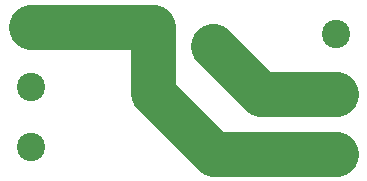
<source format=gtl>
G04 Layer: TopLayer*
G04 EasyEDA v6.4.5, 2020-09-16T10:22:01--6:00*
G04 ded4796badf941d083ba3d0fd9e507c2,10*
G04 Gerber Generator version 0.2*
G04 Scale: 100 percent, Rotated: No, Reflected: No *
G04 Dimensions in inches *
G04 leading zeros omitted , absolute positions ,2 integer and 4 decimal *
%FSLAX24Y24*%
%MOIN*%
G90*
G70D02*

%ADD11C,0.150000*%
%ADD12C,0.094488*%

%LPD*%
G54D11*
G01X6200Y5050D02*
G01X6200Y5700D01*
G01X2150Y5700D01*
G01X12300Y1450D02*
G01X8250Y1450D01*
G01X6200Y3500D01*
G01X6200Y5050D01*
G01X12300Y3450D02*
G01X9800Y3450D01*
G01X8200Y5050D01*
G54D12*
G01X8200Y5050D03*
G01X6200Y5050D03*
G01X2150Y5700D03*
G01X2150Y3700D03*
G01X2150Y1700D03*
G01X12300Y1450D03*
G01X12300Y3450D03*
G01X12300Y5450D03*
M00*
M02*

</source>
